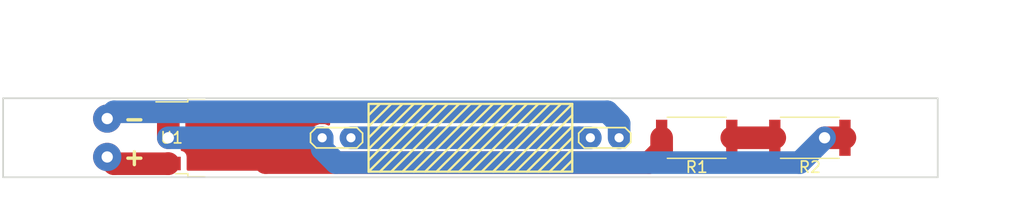
<source format=kicad_pcb>
(kicad_pcb (version 4) (host pcbnew 4.0.6-e0-6349~53~ubuntu16.04.1)

  (general
    (links 11)
    (no_connects 0)
    (area 114.395238 98.3 210.135715 117.400001)
    (thickness 1.6)
    (drawings 35)
    (tracks 26)
    (zones 0)
    (modules 9)
    (nets 7)
  )

  (page A4)
  (layers
    (0 F.Cu signal)
    (31 B.Cu signal)
    (32 B.Adhes user)
    (33 F.Adhes user)
    (34 B.Paste user)
    (35 F.Paste user)
    (36 B.SilkS user)
    (37 F.SilkS user)
    (38 B.Mask user)
    (39 F.Mask user)
    (40 Dwgs.User user)
    (41 Cmts.User user)
    (42 Eco1.User user)
    (43 Eco2.User user)
    (44 Edge.Cuts user)
    (45 Margin user)
    (46 B.CrtYd user)
    (47 F.CrtYd user)
    (48 B.Fab user)
    (49 F.Fab user)
  )

  (setup
    (last_trace_width 0.25)
    (trace_clearance 0.2)
    (zone_clearance 0.508)
    (zone_45_only no)
    (trace_min 0.2)
    (segment_width 0.2)
    (edge_width 0.15)
    (via_size 0.6)
    (via_drill 0.4)
    (via_min_size 0.4)
    (via_min_drill 0.3)
    (uvia_size 0.3)
    (uvia_drill 0.1)
    (uvias_allowed no)
    (uvia_min_size 0.2)
    (uvia_min_drill 0.1)
    (pcb_text_width 0.3)
    (pcb_text_size 1.5 1.5)
    (mod_edge_width 0.15)
    (mod_text_size 1 1)
    (mod_text_width 0.15)
    (pad_size 1.524 1.524)
    (pad_drill 0.762)
    (pad_to_mask_clearance 0.2)
    (aux_axis_origin 0 0)
    (grid_origin 120 110)
    (visible_elements FFFFEF7F)
    (pcbplotparams
      (layerselection 0x00030_80000001)
      (usegerberextensions false)
      (excludeedgelayer true)
      (linewidth 0.100000)
      (plotframeref false)
      (viasonmask false)
      (mode 1)
      (useauxorigin false)
      (hpglpennumber 1)
      (hpglpenspeed 20)
      (hpglpendiameter 15)
      (hpglpenoverlay 2)
      (psnegative false)
      (psa4output false)
      (plotreference true)
      (plotvalue true)
      (plotinvisibletext false)
      (padsonsilk false)
      (subtractmaskfromsilk false)
      (outputformat 1)
      (mirror false)
      (drillshape 1)
      (scaleselection 1)
      (outputdirectory ""))
  )

  (net 0 "")
  (net 1 "Net-(J1-Pad1)")
  (net 2 "Net-(J2-Pad1)")
  (net 3 "Net-(J2-Pad2)")
  (net 4 "Net-(R1-Pad1)")
  (net 5 "Net-(R1-Pad2)")
  (net 6 "Net-(J3-Pad2)")

  (net_class Default "This is the default net class."
    (clearance 0.2)
    (trace_width 0.25)
    (via_dia 0.6)
    (via_drill 0.4)
    (uvia_dia 0.3)
    (uvia_drill 0.1)
    (add_net "Net-(J1-Pad1)")
    (add_net "Net-(J2-Pad1)")
    (add_net "Net-(J2-Pad2)")
    (add_net "Net-(J3-Pad2)")
    (add_net "Net-(R1-Pad1)")
    (add_net "Net-(R1-Pad2)")
  )

  (module Wire_Pads:SolderWirePad_single_1mmDrill (layer F.Cu) (tedit 591B7B37) (tstamp 591B4AE0)
    (at 126 111.7)
    (path /591B476D)
    (fp_text reference J1 (at 2.5 0) (layer F.SilkS) hide
      (effects (font (size 1 1) (thickness 0.15)))
    )
    (fp_text value CONN_01X01 (at -1.905 3.175) (layer F.Fab) hide
      (effects (font (size 1 1) (thickness 0.15)))
    )
    (pad 1 thru_hole circle (at 0 0) (size 2.49936 2.49936) (drill 1.00076) (layers *.Cu *.Mask)
      (net 1 "Net-(J1-Pad1)"))
  )

  (module TO_SOT_Packages_SMD:TO-252-2 (layer F.Cu) (tedit 591B6AE9) (tstamp 591B4B1B)
    (at 135.6 110)
    (descr "TO-252 / DPAK SMD package, http://www.infineon.com/cms/en/product/packages/PG-TO252/PG-TO252-3-1/")
    (tags "DPAK TO-252 DPAK-3 TO-252-3 SOT-428")
    (path /591B3773)
    (attr smd)
    (fp_text reference U1 (at -3.9 0) (layer F.SilkS)
      (effects (font (size 1 1) (thickness 0.15)))
    )
    (fp_text value LD1085Cxx (at 0 4.5) (layer F.Fab) hide
      (effects (font (size 1 1) (thickness 0.15)))
    )
    (fp_line (start 3.95 -2.7) (end 4.95 -2.7) (layer F.Fab) (width 0.1))
    (fp_line (start 4.95 -2.7) (end 4.95 2.7) (layer F.Fab) (width 0.1))
    (fp_line (start 4.95 2.7) (end 3.95 2.7) (layer F.Fab) (width 0.1))
    (fp_line (start 3.95 -3.25) (end 3.95 3.25) (layer F.Fab) (width 0.1))
    (fp_line (start 3.95 3.25) (end -2.27 3.25) (layer F.Fab) (width 0.1))
    (fp_line (start -2.27 3.25) (end -2.27 -2.25) (layer F.Fab) (width 0.1))
    (fp_line (start -2.27 -2.25) (end -1.27 -3.25) (layer F.Fab) (width 0.1))
    (fp_line (start -1.27 -3.25) (end 3.95 -3.25) (layer F.Fab) (width 0.1))
    (fp_line (start -1.865 -2.655) (end -4.97 -2.655) (layer F.Fab) (width 0.1))
    (fp_line (start -4.97 -2.655) (end -4.97 -1.905) (layer F.Fab) (width 0.1))
    (fp_line (start -4.97 -1.905) (end -2.27 -1.905) (layer F.Fab) (width 0.1))
    (fp_line (start -2.27 1.905) (end -4.97 1.905) (layer F.Fab) (width 0.1))
    (fp_line (start -4.97 1.905) (end -4.97 2.655) (layer F.Fab) (width 0.1))
    (fp_line (start -4.97 2.655) (end -2.27 2.655) (layer F.Fab) (width 0.1))
    (fp_line (start -0.97 -3.45) (end -2.47 -3.45) (layer F.SilkS) (width 0.12))
    (fp_line (start -2.47 -3.45) (end -2.47 -3.18) (layer F.SilkS) (width 0.12))
    (fp_line (start -2.47 -3.18) (end -5.3 -3.18) (layer F.SilkS) (width 0.12))
    (fp_line (start -0.97 3.45) (end -2.47 3.45) (layer F.SilkS) (width 0.12))
    (fp_line (start -2.47 3.45) (end -2.47 3.18) (layer F.SilkS) (width 0.12))
    (fp_line (start -2.47 3.18) (end -3.57 3.18) (layer F.SilkS) (width 0.12))
    (fp_line (start -5.55 -3.5) (end -5.55 3.5) (layer F.CrtYd) (width 0.05))
    (fp_line (start -5.55 3.5) (end 5.55 3.5) (layer F.CrtYd) (width 0.05))
    (fp_line (start 5.55 3.5) (end 5.55 -3.5) (layer F.CrtYd) (width 0.05))
    (fp_line (start 5.55 -3.5) (end -5.55 -3.5) (layer F.CrtYd) (width 0.05))
    (fp_text user %R (at 0 0) (layer F.Fab)
      (effects (font (size 1 1) (thickness 0.15)))
    )
    (pad 1 smd rect (at -4.2 -2.28) (size 2.2 1.2) (layers F.Cu F.Paste F.Mask)
      (net 2 "Net-(J2-Pad1)"))
    (pad 3 smd rect (at -4.2 2.28) (size 2.2 1.2) (layers F.Cu F.Paste F.Mask)
      (net 1 "Net-(J1-Pad1)"))
    (pad 2 smd rect (at 2.1 0) (size 6.4 5.8) (layers F.Cu F.Mask)
      (net 5 "Net-(R1-Pad2)"))
    (pad 2 smd rect (at 3.775 1.525) (size 3.05 2.75) (layers F.Cu F.Paste)
      (net 5 "Net-(R1-Pad2)"))
    (pad 2 smd rect (at 0.425 -1.525) (size 3.05 2.75) (layers F.Cu F.Paste)
      (net 5 "Net-(R1-Pad2)"))
    (pad 2 smd rect (at 3.775 -1.525) (size 3.05 2.75) (layers F.Cu F.Paste)
      (net 5 "Net-(R1-Pad2)"))
    (pad 2 smd rect (at 0.425 1.525) (size 3.05 2.75) (layers F.Cu F.Paste)
      (net 5 "Net-(R1-Pad2)"))
    (model ${KISYS3DMOD}/TO_SOT_Packages_SMD.3dshapes/TO-252-2.wrl
      (at (xyz 0 0 0))
      (scale (xyz 1 1 1))
      (rotate (xyz 0 0 0))
    )
  )

  (module Mounting_Holes:MountingHole_3.2mm_M3 (layer F.Cu) (tedit 591B6AEF) (tstamp 591B6899)
    (at 120 110)
    (descr "Mounting Hole 3.2mm, no annular, M3")
    (tags "mounting hole 3.2mm no annular m3")
    (path /591B573F)
    (fp_text reference MK1 (at 0 -4.2) (layer F.SilkS) hide
      (effects (font (size 1 1) (thickness 0.15)))
    )
    (fp_text value Mounting_Hole (at 0 4.2) (layer F.Fab) hide
      (effects (font (size 1 1) (thickness 0.15)))
    )
    (fp_circle (center 0 0) (end 3.2 0) (layer Cmts.User) (width 0.15))
    (fp_circle (center 0 0) (end 3.45 0) (layer F.CrtYd) (width 0.05))
    (pad 1 np_thru_hole circle (at 0 0) (size 3.2 3.2) (drill 3.2) (layers *.Cu *.Mask))
  )

  (module Mounting_Holes:MountingHole_3.2mm_M3 (layer F.Cu) (tedit 591B6C6B) (tstamp 591B689E)
    (at 196.2 110)
    (descr "Mounting Hole 3.2mm, no annular, M3")
    (tags "mounting hole 3.2mm no annular m3")
    (path /591B56EF)
    (fp_text reference MK2 (at 0 -4.2) (layer F.SilkS) hide
      (effects (font (size 1 1) (thickness 0.15)))
    )
    (fp_text value Mounting_Hole (at 0 4.2) (layer F.Fab) hide
      (effects (font (size 1 1) (thickness 0.15)))
    )
    (fp_circle (center 0 0) (end 3.2 0) (layer Cmts.User) (width 0.15))
    (fp_circle (center 0 0) (end 3.45 0) (layer F.CrtYd) (width 0.05))
    (pad 1 np_thru_hole circle (at 0 0) (size 3.2 3.2) (drill 3.2) (layers *.Cu *.Mask))
  )

  (module Resistors_SMD:R_2512 (layer F.Cu) (tedit 58E0A804) (tstamp 591B6C2A)
    (at 178.1 110 180)
    (descr "Resistor SMD 2512, reflow soldering, Vishay (see dcrcw.pdf)")
    (tags "resistor 2512")
    (path /591B460C)
    (attr smd)
    (fp_text reference R1 (at 0 -2.6 180) (layer F.SilkS)
      (effects (font (size 1 1) (thickness 0.15)))
    )
    (fp_text value .30 (at -0.1 4.5 180) (layer F.Fab)
      (effects (font (size 1 1) (thickness 0.15)))
    )
    (fp_text user %R (at 0 0 180) (layer F.Fab)
      (effects (font (size 1 1) (thickness 0.15)))
    )
    (fp_line (start -3.15 1.6) (end -3.15 -1.6) (layer F.Fab) (width 0.1))
    (fp_line (start 3.15 1.6) (end -3.15 1.6) (layer F.Fab) (width 0.1))
    (fp_line (start 3.15 -1.6) (end 3.15 1.6) (layer F.Fab) (width 0.1))
    (fp_line (start -3.15 -1.6) (end 3.15 -1.6) (layer F.Fab) (width 0.1))
    (fp_line (start 2.6 1.82) (end -2.6 1.82) (layer F.SilkS) (width 0.12))
    (fp_line (start -2.6 -1.82) (end 2.6 -1.82) (layer F.SilkS) (width 0.12))
    (fp_line (start -3.85 -1.85) (end 3.85 -1.85) (layer F.CrtYd) (width 0.05))
    (fp_line (start -3.85 -1.85) (end -3.85 1.85) (layer F.CrtYd) (width 0.05))
    (fp_line (start 3.85 1.85) (end 3.85 -1.85) (layer F.CrtYd) (width 0.05))
    (fp_line (start 3.85 1.85) (end -3.85 1.85) (layer F.CrtYd) (width 0.05))
    (pad 1 smd rect (at -3.1 0 180) (size 1 3.2) (layers F.Cu F.Paste F.Mask)
      (net 4 "Net-(R1-Pad1)"))
    (pad 2 smd rect (at 3.1 0 180) (size 1 3.2) (layers F.Cu F.Paste F.Mask)
      (net 5 "Net-(R1-Pad2)"))
    (model ${KISYS3DMOD}/Resistors_SMD.3dshapes/R_2512.wrl
      (at (xyz 0 0 0))
      (scale (xyz 1 1 1))
      (rotate (xyz 0 0 0))
    )
  )

  (module Resistors_SMD:R_2512 (layer F.Cu) (tedit 58E0A804) (tstamp 591B6C2F)
    (at 188.1 110 180)
    (descr "Resistor SMD 2512, reflow soldering, Vishay (see dcrcw.pdf)")
    (tags "resistor 2512")
    (path /591B4681)
    (attr smd)
    (fp_text reference R2 (at 0 -2.6 180) (layer F.SilkS)
      (effects (font (size 1 1) (thickness 0.15)))
    )
    (fp_text value .33 (at -0.1 4.5 180) (layer F.Fab)
      (effects (font (size 1 1) (thickness 0.15)))
    )
    (fp_text user %R (at 0 0 180) (layer F.Fab)
      (effects (font (size 1 1) (thickness 0.15)))
    )
    (fp_line (start -3.15 1.6) (end -3.15 -1.6) (layer F.Fab) (width 0.1))
    (fp_line (start 3.15 1.6) (end -3.15 1.6) (layer F.Fab) (width 0.1))
    (fp_line (start 3.15 -1.6) (end 3.15 1.6) (layer F.Fab) (width 0.1))
    (fp_line (start -3.15 -1.6) (end 3.15 -1.6) (layer F.Fab) (width 0.1))
    (fp_line (start 2.6 1.82) (end -2.6 1.82) (layer F.SilkS) (width 0.12))
    (fp_line (start -2.6 -1.82) (end 2.6 -1.82) (layer F.SilkS) (width 0.12))
    (fp_line (start -3.85 -1.85) (end 3.85 -1.85) (layer F.CrtYd) (width 0.05))
    (fp_line (start -3.85 -1.85) (end -3.85 1.85) (layer F.CrtYd) (width 0.05))
    (fp_line (start 3.85 1.85) (end 3.85 -1.85) (layer F.CrtYd) (width 0.05))
    (fp_line (start 3.85 1.85) (end -3.85 1.85) (layer F.CrtYd) (width 0.05))
    (pad 1 smd rect (at -3.1 0 180) (size 1 3.2) (layers F.Cu F.Paste F.Mask)
      (net 2 "Net-(J2-Pad1)"))
    (pad 2 smd rect (at 3.1 0 180) (size 1 3.2) (layers F.Cu F.Paste F.Mask)
      (net 4 "Net-(R1-Pad1)"))
    (model ${KISYS3DMOD}/Resistors_SMD.3dshapes/R_2512.wrl
      (at (xyz 0 0 0))
      (scale (xyz 1 1 1))
      (rotate (xyz 0 0 0))
    )
  )

  (module Wire_Pads:SolderWirePad_single_1mmDrill (layer F.Cu) (tedit 591B7B34) (tstamp 591B6E51)
    (at 126 108.3)
    (path /591B4717)
    (fp_text reference J4 (at 2.5 0) (layer F.SilkS) hide
      (effects (font (size 1 1) (thickness 0.15)))
    )
    (fp_text value CONN_01X01 (at 0 6.5) (layer F.Fab) hide
      (effects (font (size 1 1) (thickness 0.15)))
    )
    (pad 1 thru_hole circle (at 0 0) (size 2.49936 2.49936) (drill 1.00076) (layers *.Cu *.Mask)
      (net 6 "Net-(J3-Pad2)"))
  )

  (module Measurement_Points:Test_Point_2Pads (layer F.Cu) (tedit 591B7488) (tstamp 591B7436)
    (at 145 110)
    (descr "Connecteurs 2 pins")
    (tags "CONN DEV")
    (path /591B46C1)
    (attr virtual)
    (fp_text reference J2 (at 1.2 1.8) (layer F.SilkS) hide
      (effects (font (size 1 1) (thickness 0.15)))
    )
    (fp_text value "Nichrome Wire" (at 1.27 4.6) (layer F.Fab)
      (effects (font (size 1 1) (thickness 0.15)))
    )
    (fp_line (start -0.65 1.15) (end 3.15 1.15) (layer F.CrtYd) (width 0.05))
    (fp_line (start 3.15 1.15) (end 3.8 0.5) (layer F.CrtYd) (width 0.05))
    (fp_line (start 3.8 0.5) (end 3.8 -0.5) (layer F.CrtYd) (width 0.05))
    (fp_line (start 3.8 -0.5) (end 3.15 -1.15) (layer F.CrtYd) (width 0.05))
    (fp_line (start 3.15 -1.15) (end -0.65 -1.15) (layer F.CrtYd) (width 0.05))
    (fp_line (start -0.65 -1.15) (end -1.3 -0.5) (layer F.CrtYd) (width 0.05))
    (fp_line (start -1.3 -0.5) (end -1.3 0.5) (layer F.CrtYd) (width 0.05))
    (fp_line (start -1.3 0.5) (end -0.65 1.15) (layer F.CrtYd) (width 0.05))
    (fp_line (start -0.53 -0.9) (end 3.07 -0.9) (layer F.SilkS) (width 0.15))
    (fp_line (start 3.07 -0.9) (end 3.57 -0.4) (layer F.SilkS) (width 0.15))
    (fp_line (start 3.57 -0.4) (end 3.57 0.4) (layer F.SilkS) (width 0.15))
    (fp_line (start 3.57 0.4) (end 3.07 0.9) (layer F.SilkS) (width 0.15))
    (fp_line (start 3.07 0.9) (end -0.53 0.9) (layer F.SilkS) (width 0.15))
    (fp_line (start -0.53 0.9) (end -1.03 0.4) (layer F.SilkS) (width 0.15))
    (fp_line (start -1.03 0.4) (end -1.03 -0.4) (layer F.SilkS) (width 0.15))
    (fp_line (start -1.03 -0.4) (end -0.53 -0.9) (layer F.SilkS) (width 0.15))
    (pad 1 thru_hole circle (at 0 0) (size 1.4 1.4) (drill 0.8128) (layers *.Cu *.Mask)
      (net 2 "Net-(J2-Pad1)"))
    (pad 2 thru_hole circle (at 2.54 0) (size 1.4 1.4) (drill 0.8128) (layers *.Cu *.Mask)
      (net 3 "Net-(J2-Pad2)"))
  )

  (module Measurement_Points:Test_Point_2Pads (layer F.Cu) (tedit 591B748B) (tstamp 591B743B)
    (at 168.7 110)
    (descr "Connecteurs 2 pins")
    (tags "CONN DEV")
    (path /591B6E3A)
    (attr virtual)
    (fp_text reference J3 (at 1.44 1.8) (layer F.SilkS) hide
      (effects (font (size 1 1) (thickness 0.15)))
    )
    (fp_text value "Nichrome Wire" (at 1.3 4.5) (layer F.Fab)
      (effects (font (size 1 1) (thickness 0.15)))
    )
    (fp_line (start -0.65 1.15) (end 3.15 1.15) (layer F.CrtYd) (width 0.05))
    (fp_line (start 3.15 1.15) (end 3.8 0.5) (layer F.CrtYd) (width 0.05))
    (fp_line (start 3.8 0.5) (end 3.8 -0.5) (layer F.CrtYd) (width 0.05))
    (fp_line (start 3.8 -0.5) (end 3.15 -1.15) (layer F.CrtYd) (width 0.05))
    (fp_line (start 3.15 -1.15) (end -0.65 -1.15) (layer F.CrtYd) (width 0.05))
    (fp_line (start -0.65 -1.15) (end -1.3 -0.5) (layer F.CrtYd) (width 0.05))
    (fp_line (start -1.3 -0.5) (end -1.3 0.5) (layer F.CrtYd) (width 0.05))
    (fp_line (start -1.3 0.5) (end -0.65 1.15) (layer F.CrtYd) (width 0.05))
    (fp_line (start -0.53 -0.9) (end 3.07 -0.9) (layer F.SilkS) (width 0.15))
    (fp_line (start 3.07 -0.9) (end 3.57 -0.4) (layer F.SilkS) (width 0.15))
    (fp_line (start 3.57 -0.4) (end 3.57 0.4) (layer F.SilkS) (width 0.15))
    (fp_line (start 3.57 0.4) (end 3.07 0.9) (layer F.SilkS) (width 0.15))
    (fp_line (start 3.07 0.9) (end -0.53 0.9) (layer F.SilkS) (width 0.15))
    (fp_line (start -0.53 0.9) (end -1.03 0.4) (layer F.SilkS) (width 0.15))
    (fp_line (start -1.03 0.4) (end -1.03 -0.4) (layer F.SilkS) (width 0.15))
    (fp_line (start -1.03 -0.4) (end -0.53 -0.9) (layer F.SilkS) (width 0.15))
    (pad 1 thru_hole circle (at 0 0) (size 1.4 1.4) (drill 0.8128) (layers *.Cu *.Mask)
      (net 3 "Net-(J2-Pad2)"))
    (pad 2 thru_hole circle (at 2.54 0) (size 1.4 1.4) (drill 0.8128) (layers *.Cu *.Mask)
      (net 6 "Net-(J3-Pad2)"))
  )

  (gr_text - (at 128.4 108.3) (layer F.SilkS)
    (effects (font (size 1.5 1.5) (thickness 0.3)))
  )
  (gr_text + (at 128.4 111.7) (layer F.SilkS)
    (effects (font (size 1.5 1.5) (thickness 0.3)))
  )
  (gr_line (start 149.1 113) (end 167.1 113) (layer F.SilkS) (width 0.2))
  (gr_line (start 167.1 107) (end 149.1 107) (layer F.SilkS) (width 0.2))
  (dimension 7 (width 0.3) (layer F.Fab)
    (gr_text "7.000 mm" (at 204.35 110 270) (layer F.Fab)
      (effects (font (size 1.5 1.5) (thickness 0.3)))
    )
    (feature1 (pts (xy 199.7 113.5) (xy 205.7 113.5)))
    (feature2 (pts (xy 199.7 106.5) (xy 205.7 106.5)))
    (crossbar (pts (xy 203 106.5) (xy 203 113.5)))
    (arrow1a (pts (xy 203 113.5) (xy 202.413579 112.373496)))
    (arrow1b (pts (xy 203 113.5) (xy 203.586421 112.373496)))
    (arrow2a (pts (xy 203 106.5) (xy 202.413579 107.626504)))
    (arrow2b (pts (xy 203 106.5) (xy 203.586421 107.626504)))
  )
  (gr_line (start 199.4 106.5) (end 199.4 113.5) (layer Edge.Cuts) (width 0.15))
  (dimension 82.6 (width 0.3) (layer F.Fab)
    (gr_text "82.600 mm" (at 158.1 99.65) (layer F.Fab) (tstamp 591B712D)
      (effects (font (size 1.5 1.5) (thickness 0.3)))
    )
    (feature1 (pts (xy 199.4 106) (xy 199.4 98.3)))
    (feature2 (pts (xy 116.8 106) (xy 116.8 98.3)))
    (crossbar (pts (xy 116.8 101) (xy 199.4 101)))
    (arrow1a (pts (xy 199.4 101) (xy 198.273496 101.586421)))
    (arrow1b (pts (xy 199.4 101) (xy 198.273496 100.413579)))
    (arrow2a (pts (xy 116.8 101) (xy 117.926504 101.586421)))
    (arrow2b (pts (xy 116.8 101) (xy 117.926504 100.413579)))
  )
  (gr_line (start 116.8 106.5) (end 116.8 113.5) (layer Edge.Cuts) (width 0.15))
  (gr_line (start 166.1 113) (end 167.1 112) (layer F.SilkS) (width 0.2))
  (gr_line (start 165.1 113) (end 167.1 111) (layer F.SilkS) (width 0.2))
  (gr_line (start 164.1 113) (end 167.1 110) (layer F.SilkS) (width 0.2))
  (gr_line (start 163.1 113) (end 167.1 109) (layer F.SilkS) (width 0.2))
  (gr_line (start 162.1 113) (end 167.1 108) (layer F.SilkS) (width 0.2))
  (gr_line (start 161.1 113) (end 167.1 107) (layer F.SilkS) (width 0.2))
  (gr_line (start 160.1 113) (end 166.1 107) (layer F.SilkS) (width 0.2))
  (gr_line (start 159.1 113) (end 165.1 107) (layer F.SilkS) (width 0.2))
  (gr_line (start 158.1 113) (end 164.1 107) (layer F.SilkS) (width 0.2))
  (gr_line (start 157.1 113) (end 163.1 107) (layer F.SilkS) (width 0.2))
  (gr_line (start 156.1 113) (end 162.1 107) (layer F.SilkS) (width 0.2))
  (gr_line (start 155.1 113) (end 161.1 107) (layer F.SilkS) (width 0.2))
  (gr_line (start 154.1 113) (end 160.1 107) (layer F.SilkS) (width 0.2))
  (gr_line (start 153.1 113) (end 159.1 107) (layer F.SilkS) (width 0.2))
  (gr_line (start 152.1 113) (end 158.1 107) (layer F.SilkS) (width 0.2))
  (gr_line (start 151.1 113) (end 157.1 107) (layer F.SilkS) (width 0.2))
  (gr_line (start 150.1 113) (end 156.1 107) (layer F.SilkS) (width 0.2))
  (gr_line (start 155.1 107) (end 149.1 113) (layer F.SilkS) (width 0.2))
  (gr_line (start 154.1 107) (end 149.1 112) (layer F.SilkS) (width 0.2))
  (gr_line (start 153.1 107) (end 149.1 111) (layer F.SilkS) (width 0.2))
  (gr_line (start 152.1 107) (end 149.1 110) (layer F.SilkS) (width 0.2))
  (gr_line (start 151.1 107) (end 149.1 109) (layer F.SilkS) (width 0.2))
  (gr_line (start 149.1 108) (end 150.1 107) (layer F.SilkS) (width 0.2))
  (gr_line (start 149.1 113) (end 149.1 107) (layer F.SilkS) (width 0.2))
  (gr_line (start 167.1 107) (end 167.1 113) (layer F.SilkS) (width 0.2))
  (gr_line (start 116.8 106.5) (end 199.4 106.5) (layer Edge.Cuts) (width 0.15))
  (gr_line (start 199.4 113.5) (end 116.8 113.5) (layer Edge.Cuts) (width 0.15))

  (segment (start 126 111.7) (end 126.6 112.3) (width 2) (layer F.Cu) (net 1))
  (segment (start 126.6 112.3) (end 131.38 112.3) (width 2) (layer F.Cu) (net 1))
  (segment (start 131.38 112.3) (end 131.4 112.28) (width 2) (layer F.Cu) (net 1))
  (segment (start 189.4 110) (end 191.2 110) (width 2) (layer F.Cu) (net 2))
  (segment (start 145 110) (end 145 110.989949) (width 2) (layer B.Cu) (net 2))
  (segment (start 145 110.989949) (end 146.210061 112.20001) (width 2) (layer B.Cu) (net 2))
  (segment (start 187.19999 112.20001) (end 189.4 110) (width 2) (layer B.Cu) (net 2))
  (segment (start 146.210061 112.20001) (end 187.19999 112.20001) (width 2) (layer B.Cu) (net 2))
  (via (at 189.4 110) (size 1.5) (drill 1) (layers F.Cu B.Cu) (net 2))
  (segment (start 131.4 107.72) (end 131.4 110) (width 2) (layer F.Cu) (net 2))
  (segment (start 145 110) (end 131.4 110) (width 2) (layer B.Cu) (net 2))
  (via (at 131.4 110) (size 1.5) (drill 1) (layers F.Cu B.Cu) (net 2))
  (segment (start 131.4 107.72) (end 131.4 108.4) (width 0.5) (layer F.Cu) (net 2))
  (segment (start 168.7 110) (end 167.710051 110) (width 2) (layer B.Cu) (net 3))
  (segment (start 167.710051 110) (end 147.54 110) (width 2) (layer B.Cu) (net 3))
  (segment (start 181.2 110) (end 185 110) (width 2) (layer F.Cu) (net 4))
  (segment (start 175 110) (end 175 111.1) (width 2) (layer F.Cu) (net 5))
  (segment (start 175 111.1) (end 173.9 112.2) (width 2) (layer F.Cu) (net 5))
  (segment (start 140 112.2) (end 139.3 111.5) (width 2) (layer F.Cu) (net 5))
  (segment (start 173.9 112.2) (end 140 112.2) (width 2) (layer F.Cu) (net 5))
  (segment (start 139.35 111.5) (end 139.375 111.525) (width 2) (layer F.Cu) (net 5))
  (segment (start 139.3 111.5) (end 139.35 111.5) (width 2) (layer F.Cu) (net 5))
  (segment (start 171.24 110) (end 171.24 108.74) (width 2) (layer B.Cu) (net 6))
  (segment (start 171.24 108.74) (end 170.2 107.7) (width 2) (layer B.Cu) (net 6))
  (segment (start 170.2 107.7) (end 126.6 107.7) (width 2) (layer B.Cu) (net 6))
  (segment (start 126.6 107.7) (end 126 108.3) (width 2) (layer B.Cu) (net 6))

  (zone (net 5) (net_name "Net-(R1-Pad2)") (layer F.Cu) (tstamp 0) (hatch edge 0.508)
    (connect_pads yes (clearance 0.508))
    (min_thickness 0.254)
    (fill yes (arc_segments 16) (thermal_gap 0.508) (thermal_bridge_width 0.508))
    (polygon
      (pts
        (xy 130.7 104.1) (xy 145.7 104.1) (xy 145.7 117.4) (xy 130.7 117.4)
      )
    )
    (filled_polygon
      (pts
        (xy 145.573 108.792414) (xy 145.266713 108.665232) (xy 144.735617 108.664769) (xy 144.244771 108.867582) (xy 143.868902 109.242796)
        (xy 143.665232 109.733287) (xy 143.664769 110.264383) (xy 143.867582 110.755229) (xy 144.242796 111.131098) (xy 144.733287 111.334768)
        (xy 145.264383 111.335231) (xy 145.573 111.207713) (xy 145.573 112.79) (xy 133.14744 112.79) (xy 133.14744 111.68)
        (xy 133.103162 111.444683) (xy 132.96409 111.228559) (xy 132.75189 111.083569) (xy 132.622152 111.057296) (xy 132.910543 110.625687)
        (xy 133.035 110) (xy 133.035 108.661797) (xy 133.096431 108.57189) (xy 133.14744 108.32) (xy 133.14744 107.21)
        (xy 145.573 107.21)
      )
    )
  )
)

</source>
